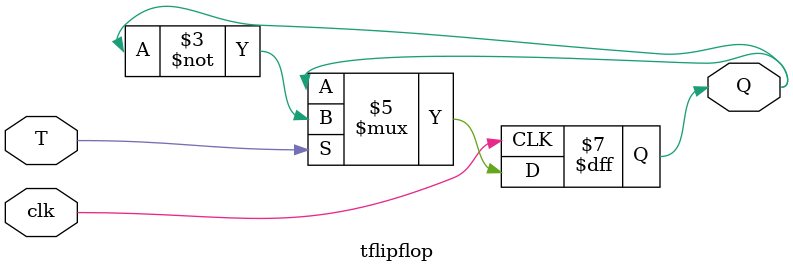
<source format=v>
module bit4upasy(clk,Q);
input clk;
output [3:0]Q;
tflipflop st1(1,clk,Q[0]);
tflipflop st2(1,Q[0],Q[1]);
tflipflop st3(1,Q[1],Q[2]);
tflipflop st4(1,Q[2],Q[3]);
endmodule

module tflipflop(T,clk,Q);
input T,clk;
output Q;
reg Q;
always@(negedge clk)
if(!T)
Q<=Q;
else
Q<=~Q;
endmodule

</source>
